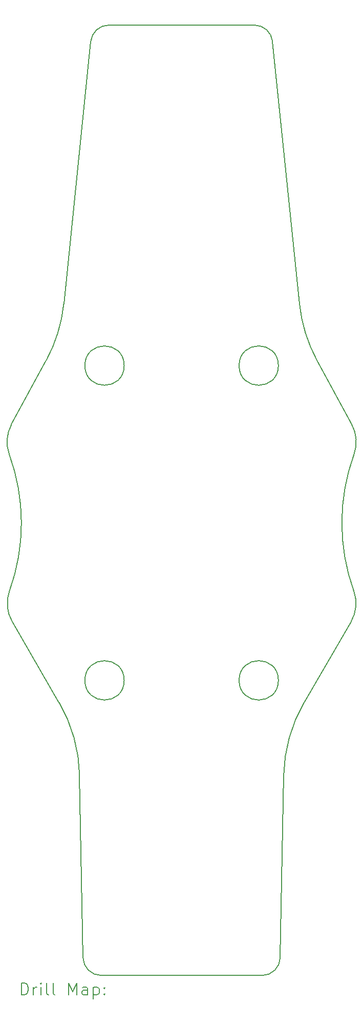
<source format=gbr>
%TF.GenerationSoftware,KiCad,Pcbnew,7.0.2-0*%
%TF.CreationDate,2023-10-14T11:28:50-07:00*%
%TF.ProjectId,high-power,68696768-2d70-46f7-9765-722e6b696361,rev?*%
%TF.SameCoordinates,Original*%
%TF.FileFunction,Drillmap*%
%TF.FilePolarity,Positive*%
%FSLAX45Y45*%
G04 Gerber Fmt 4.5, Leading zero omitted, Abs format (unit mm)*
G04 Created by KiCad (PCBNEW 7.0.2-0) date 2023-10-14 11:28:50*
%MOMM*%
%LPD*%
G01*
G04 APERTURE LIST*
%ADD10C,0.200000*%
G04 APERTURE END LIST*
D10*
X7691309Y-9240059D02*
G75*
G03*
X7655085Y-8747826I-563568J205976D01*
G01*
X7642652Y-12002861D02*
G75*
G03*
X7688073Y-11496927I-518706J301573D01*
G01*
X3636565Y-2147941D02*
G75*
G03*
X3338142Y-2417221I12J-300014D01*
G01*
X3636565Y-2147941D02*
X6045159Y-2147941D01*
X3890862Y-7772941D02*
G75*
G03*
X3890862Y-7772941I-325000J0D01*
G01*
X2026638Y-8747826D02*
X2602333Y-7687335D01*
X3210273Y-17553636D02*
G75*
G03*
X3510220Y-17847941I299937J5686D01*
G01*
X7655085Y-8747826D02*
X7079390Y-7687335D01*
X6343582Y-2417221D02*
G75*
G03*
X6045159Y-2147941I-298422J-30720D01*
G01*
X3153173Y-14546364D02*
G75*
G03*
X2814892Y-13337273I-2499529J-47454D01*
G01*
X7691310Y-9240060D02*
G75*
G03*
X7688073Y-11496927I3099445J-1132882D01*
G01*
X6866831Y-13337273D02*
X7642652Y-12002861D01*
X2814892Y-13337273D02*
X2039071Y-12002861D01*
X6789665Y-6750605D02*
X6343582Y-2417221D01*
X6866832Y-13337273D02*
G75*
G03*
X6528550Y-14546364I2161263J-1256550D01*
G01*
X6440862Y-7772941D02*
G75*
G03*
X6440862Y-7772941I-325000J0D01*
G01*
X1993652Y-11496927D02*
G75*
G03*
X2039071Y-12002861I564118J-204363D01*
G01*
X2026638Y-8747826D02*
G75*
G03*
X1990414Y-9240059I527310J-286255D01*
G01*
X2892058Y-6750605D02*
X3338142Y-2417221D01*
X2602333Y-7687335D02*
G75*
G03*
X2892058Y-6750605I-2197136J1192731D01*
G01*
X6171504Y-17847941D02*
G75*
G03*
X6471450Y-17553636I-5J300005D01*
G01*
X6471450Y-17553636D02*
X6528550Y-14546364D01*
X1993651Y-11496927D02*
G75*
G03*
X1990414Y-9240059I-3102687J1123987D01*
G01*
X3510220Y-17847941D02*
X6171504Y-17847941D01*
X6789667Y-6750605D02*
G75*
G03*
X7079390Y-7687335I2486853J255995D01*
G01*
X3890862Y-12972941D02*
G75*
G03*
X3890862Y-12972941I-325000J0D01*
G01*
X3210274Y-17553636D02*
X3153174Y-14546364D01*
X6440862Y-12972941D02*
G75*
G03*
X6440862Y-12972941I-325000J0D01*
G01*
X2191569Y-18170464D02*
X2191569Y-17970464D01*
X2191569Y-17970464D02*
X2239188Y-17970464D01*
X2239188Y-17970464D02*
X2267760Y-17979988D01*
X2267760Y-17979988D02*
X2286807Y-17999036D01*
X2286807Y-17999036D02*
X2296331Y-18018083D01*
X2296331Y-18018083D02*
X2305855Y-18056179D01*
X2305855Y-18056179D02*
X2305855Y-18084750D01*
X2305855Y-18084750D02*
X2296331Y-18122845D01*
X2296331Y-18122845D02*
X2286807Y-18141893D01*
X2286807Y-18141893D02*
X2267760Y-18160941D01*
X2267760Y-18160941D02*
X2239188Y-18170464D01*
X2239188Y-18170464D02*
X2191569Y-18170464D01*
X2391569Y-18170464D02*
X2391569Y-18037131D01*
X2391569Y-18075226D02*
X2401093Y-18056179D01*
X2401093Y-18056179D02*
X2410617Y-18046655D01*
X2410617Y-18046655D02*
X2429664Y-18037131D01*
X2429664Y-18037131D02*
X2448712Y-18037131D01*
X2515379Y-18170464D02*
X2515379Y-18037131D01*
X2515379Y-17970464D02*
X2505855Y-17979988D01*
X2505855Y-17979988D02*
X2515379Y-17989512D01*
X2515379Y-17989512D02*
X2524903Y-17979988D01*
X2524903Y-17979988D02*
X2515379Y-17970464D01*
X2515379Y-17970464D02*
X2515379Y-17989512D01*
X2639188Y-18170464D02*
X2620141Y-18160941D01*
X2620141Y-18160941D02*
X2610617Y-18141893D01*
X2610617Y-18141893D02*
X2610617Y-17970464D01*
X2743950Y-18170464D02*
X2724903Y-18160941D01*
X2724903Y-18160941D02*
X2715379Y-18141893D01*
X2715379Y-18141893D02*
X2715379Y-17970464D01*
X2972522Y-18170464D02*
X2972522Y-17970464D01*
X2972522Y-17970464D02*
X3039188Y-18113322D01*
X3039188Y-18113322D02*
X3105855Y-17970464D01*
X3105855Y-17970464D02*
X3105855Y-18170464D01*
X3286807Y-18170464D02*
X3286807Y-18065703D01*
X3286807Y-18065703D02*
X3277283Y-18046655D01*
X3277283Y-18046655D02*
X3258236Y-18037131D01*
X3258236Y-18037131D02*
X3220141Y-18037131D01*
X3220141Y-18037131D02*
X3201093Y-18046655D01*
X3286807Y-18160941D02*
X3267760Y-18170464D01*
X3267760Y-18170464D02*
X3220141Y-18170464D01*
X3220141Y-18170464D02*
X3201093Y-18160941D01*
X3201093Y-18160941D02*
X3191569Y-18141893D01*
X3191569Y-18141893D02*
X3191569Y-18122845D01*
X3191569Y-18122845D02*
X3201093Y-18103798D01*
X3201093Y-18103798D02*
X3220141Y-18094274D01*
X3220141Y-18094274D02*
X3267760Y-18094274D01*
X3267760Y-18094274D02*
X3286807Y-18084750D01*
X3382045Y-18037131D02*
X3382045Y-18237131D01*
X3382045Y-18046655D02*
X3401093Y-18037131D01*
X3401093Y-18037131D02*
X3439188Y-18037131D01*
X3439188Y-18037131D02*
X3458236Y-18046655D01*
X3458236Y-18046655D02*
X3467760Y-18056179D01*
X3467760Y-18056179D02*
X3477283Y-18075226D01*
X3477283Y-18075226D02*
X3477283Y-18132369D01*
X3477283Y-18132369D02*
X3467760Y-18151417D01*
X3467760Y-18151417D02*
X3458236Y-18160941D01*
X3458236Y-18160941D02*
X3439188Y-18170464D01*
X3439188Y-18170464D02*
X3401093Y-18170464D01*
X3401093Y-18170464D02*
X3382045Y-18160941D01*
X3562998Y-18151417D02*
X3572522Y-18160941D01*
X3572522Y-18160941D02*
X3562998Y-18170464D01*
X3562998Y-18170464D02*
X3553474Y-18160941D01*
X3553474Y-18160941D02*
X3562998Y-18151417D01*
X3562998Y-18151417D02*
X3562998Y-18170464D01*
X3562998Y-18046655D02*
X3572522Y-18056179D01*
X3572522Y-18056179D02*
X3562998Y-18065703D01*
X3562998Y-18065703D02*
X3553474Y-18056179D01*
X3553474Y-18056179D02*
X3562998Y-18046655D01*
X3562998Y-18046655D02*
X3562998Y-18065703D01*
M02*

</source>
